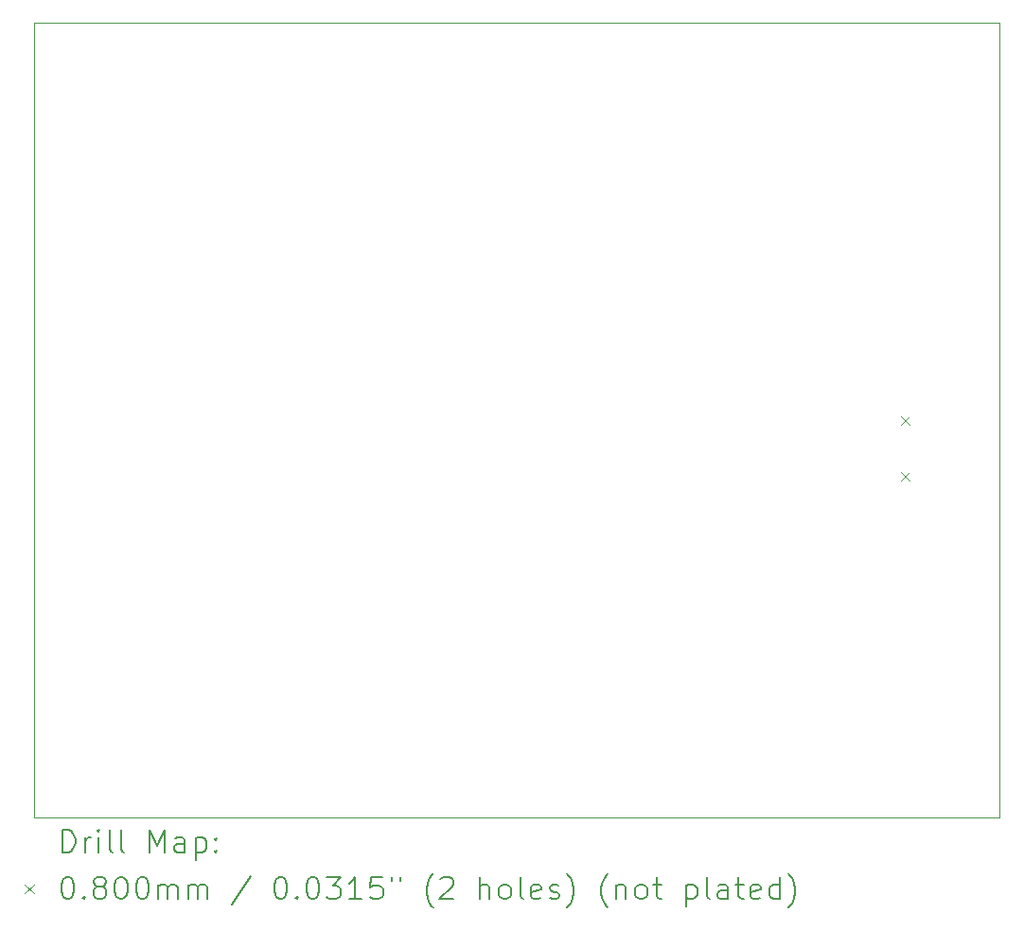
<source format=gbr>
%FSLAX45Y45*%
G04 Gerber Fmt 4.5, Leading zero omitted, Abs format (unit mm)*
G04 Created by KiCad (PCBNEW 6.0.2+dfsg-1) date 2022-10-25 22:15:01*
%MOMM*%
%LPD*%
G01*
G04 APERTURE LIST*
%TA.AperFunction,Profile*%
%ADD10C,0.050000*%
%TD*%
%ADD11C,0.200000*%
%ADD12C,0.080000*%
G04 APERTURE END LIST*
D10*
X10922000Y-11176000D02*
X2540000Y-11176000D01*
X2286000Y-4064000D02*
X10922000Y-4064000D01*
X2540000Y-11176000D02*
X2286000Y-11176000D01*
X10922000Y-4064000D02*
X10922000Y-11176000D01*
X2286000Y-11176000D02*
X2286000Y-4064000D01*
D11*
D12*
X10040000Y-7584000D02*
X10120000Y-7664000D01*
X10120000Y-7584000D02*
X10040000Y-7664000D01*
X10040000Y-8084000D02*
X10120000Y-8164000D01*
X10120000Y-8084000D02*
X10040000Y-8164000D01*
D11*
X2541119Y-11488976D02*
X2541119Y-11288976D01*
X2588738Y-11288976D01*
X2617310Y-11298500D01*
X2636357Y-11317548D01*
X2645881Y-11336595D01*
X2655405Y-11374690D01*
X2655405Y-11403262D01*
X2645881Y-11441357D01*
X2636357Y-11460405D01*
X2617310Y-11479452D01*
X2588738Y-11488976D01*
X2541119Y-11488976D01*
X2741119Y-11488976D02*
X2741119Y-11355643D01*
X2741119Y-11393738D02*
X2750643Y-11374690D01*
X2760167Y-11365167D01*
X2779214Y-11355643D01*
X2798262Y-11355643D01*
X2864928Y-11488976D02*
X2864928Y-11355643D01*
X2864928Y-11288976D02*
X2855405Y-11298500D01*
X2864928Y-11308024D01*
X2874452Y-11298500D01*
X2864928Y-11288976D01*
X2864928Y-11308024D01*
X2988738Y-11488976D02*
X2969690Y-11479452D01*
X2960167Y-11460405D01*
X2960167Y-11288976D01*
X3093500Y-11488976D02*
X3074452Y-11479452D01*
X3064928Y-11460405D01*
X3064928Y-11288976D01*
X3322071Y-11488976D02*
X3322071Y-11288976D01*
X3388738Y-11431833D01*
X3455405Y-11288976D01*
X3455405Y-11488976D01*
X3636357Y-11488976D02*
X3636357Y-11384214D01*
X3626833Y-11365167D01*
X3607786Y-11355643D01*
X3569690Y-11355643D01*
X3550643Y-11365167D01*
X3636357Y-11479452D02*
X3617309Y-11488976D01*
X3569690Y-11488976D01*
X3550643Y-11479452D01*
X3541119Y-11460405D01*
X3541119Y-11441357D01*
X3550643Y-11422309D01*
X3569690Y-11412786D01*
X3617309Y-11412786D01*
X3636357Y-11403262D01*
X3731595Y-11355643D02*
X3731595Y-11555643D01*
X3731595Y-11365167D02*
X3750643Y-11355643D01*
X3788738Y-11355643D01*
X3807786Y-11365167D01*
X3817309Y-11374690D01*
X3826833Y-11393738D01*
X3826833Y-11450881D01*
X3817309Y-11469928D01*
X3807786Y-11479452D01*
X3788738Y-11488976D01*
X3750643Y-11488976D01*
X3731595Y-11479452D01*
X3912548Y-11469928D02*
X3922071Y-11479452D01*
X3912548Y-11488976D01*
X3903024Y-11479452D01*
X3912548Y-11469928D01*
X3912548Y-11488976D01*
X3912548Y-11365167D02*
X3922071Y-11374690D01*
X3912548Y-11384214D01*
X3903024Y-11374690D01*
X3912548Y-11365167D01*
X3912548Y-11384214D01*
D12*
X2203500Y-11778500D02*
X2283500Y-11858500D01*
X2283500Y-11778500D02*
X2203500Y-11858500D01*
D11*
X2579214Y-11708976D02*
X2598262Y-11708976D01*
X2617310Y-11718500D01*
X2626833Y-11728024D01*
X2636357Y-11747071D01*
X2645881Y-11785167D01*
X2645881Y-11832786D01*
X2636357Y-11870881D01*
X2626833Y-11889928D01*
X2617310Y-11899452D01*
X2598262Y-11908976D01*
X2579214Y-11908976D01*
X2560167Y-11899452D01*
X2550643Y-11889928D01*
X2541119Y-11870881D01*
X2531595Y-11832786D01*
X2531595Y-11785167D01*
X2541119Y-11747071D01*
X2550643Y-11728024D01*
X2560167Y-11718500D01*
X2579214Y-11708976D01*
X2731595Y-11889928D02*
X2741119Y-11899452D01*
X2731595Y-11908976D01*
X2722071Y-11899452D01*
X2731595Y-11889928D01*
X2731595Y-11908976D01*
X2855405Y-11794690D02*
X2836357Y-11785167D01*
X2826833Y-11775643D01*
X2817309Y-11756595D01*
X2817309Y-11747071D01*
X2826833Y-11728024D01*
X2836357Y-11718500D01*
X2855405Y-11708976D01*
X2893500Y-11708976D01*
X2912548Y-11718500D01*
X2922071Y-11728024D01*
X2931595Y-11747071D01*
X2931595Y-11756595D01*
X2922071Y-11775643D01*
X2912548Y-11785167D01*
X2893500Y-11794690D01*
X2855405Y-11794690D01*
X2836357Y-11804214D01*
X2826833Y-11813738D01*
X2817309Y-11832786D01*
X2817309Y-11870881D01*
X2826833Y-11889928D01*
X2836357Y-11899452D01*
X2855405Y-11908976D01*
X2893500Y-11908976D01*
X2912548Y-11899452D01*
X2922071Y-11889928D01*
X2931595Y-11870881D01*
X2931595Y-11832786D01*
X2922071Y-11813738D01*
X2912548Y-11804214D01*
X2893500Y-11794690D01*
X3055405Y-11708976D02*
X3074452Y-11708976D01*
X3093500Y-11718500D01*
X3103024Y-11728024D01*
X3112548Y-11747071D01*
X3122071Y-11785167D01*
X3122071Y-11832786D01*
X3112548Y-11870881D01*
X3103024Y-11889928D01*
X3093500Y-11899452D01*
X3074452Y-11908976D01*
X3055405Y-11908976D01*
X3036357Y-11899452D01*
X3026833Y-11889928D01*
X3017309Y-11870881D01*
X3007786Y-11832786D01*
X3007786Y-11785167D01*
X3017309Y-11747071D01*
X3026833Y-11728024D01*
X3036357Y-11718500D01*
X3055405Y-11708976D01*
X3245881Y-11708976D02*
X3264928Y-11708976D01*
X3283976Y-11718500D01*
X3293500Y-11728024D01*
X3303024Y-11747071D01*
X3312548Y-11785167D01*
X3312548Y-11832786D01*
X3303024Y-11870881D01*
X3293500Y-11889928D01*
X3283976Y-11899452D01*
X3264928Y-11908976D01*
X3245881Y-11908976D01*
X3226833Y-11899452D01*
X3217309Y-11889928D01*
X3207786Y-11870881D01*
X3198262Y-11832786D01*
X3198262Y-11785167D01*
X3207786Y-11747071D01*
X3217309Y-11728024D01*
X3226833Y-11718500D01*
X3245881Y-11708976D01*
X3398262Y-11908976D02*
X3398262Y-11775643D01*
X3398262Y-11794690D02*
X3407786Y-11785167D01*
X3426833Y-11775643D01*
X3455405Y-11775643D01*
X3474452Y-11785167D01*
X3483976Y-11804214D01*
X3483976Y-11908976D01*
X3483976Y-11804214D02*
X3493500Y-11785167D01*
X3512548Y-11775643D01*
X3541119Y-11775643D01*
X3560167Y-11785167D01*
X3569690Y-11804214D01*
X3569690Y-11908976D01*
X3664928Y-11908976D02*
X3664928Y-11775643D01*
X3664928Y-11794690D02*
X3674452Y-11785167D01*
X3693500Y-11775643D01*
X3722071Y-11775643D01*
X3741119Y-11785167D01*
X3750643Y-11804214D01*
X3750643Y-11908976D01*
X3750643Y-11804214D02*
X3760167Y-11785167D01*
X3779214Y-11775643D01*
X3807786Y-11775643D01*
X3826833Y-11785167D01*
X3836357Y-11804214D01*
X3836357Y-11908976D01*
X4226833Y-11699452D02*
X4055405Y-11956595D01*
X4483976Y-11708976D02*
X4503024Y-11708976D01*
X4522071Y-11718500D01*
X4531595Y-11728024D01*
X4541119Y-11747071D01*
X4550643Y-11785167D01*
X4550643Y-11832786D01*
X4541119Y-11870881D01*
X4531595Y-11889928D01*
X4522071Y-11899452D01*
X4503024Y-11908976D01*
X4483976Y-11908976D01*
X4464929Y-11899452D01*
X4455405Y-11889928D01*
X4445881Y-11870881D01*
X4436357Y-11832786D01*
X4436357Y-11785167D01*
X4445881Y-11747071D01*
X4455405Y-11728024D01*
X4464929Y-11718500D01*
X4483976Y-11708976D01*
X4636357Y-11889928D02*
X4645881Y-11899452D01*
X4636357Y-11908976D01*
X4626833Y-11899452D01*
X4636357Y-11889928D01*
X4636357Y-11908976D01*
X4769690Y-11708976D02*
X4788738Y-11708976D01*
X4807786Y-11718500D01*
X4817310Y-11728024D01*
X4826833Y-11747071D01*
X4836357Y-11785167D01*
X4836357Y-11832786D01*
X4826833Y-11870881D01*
X4817310Y-11889928D01*
X4807786Y-11899452D01*
X4788738Y-11908976D01*
X4769690Y-11908976D01*
X4750643Y-11899452D01*
X4741119Y-11889928D01*
X4731595Y-11870881D01*
X4722071Y-11832786D01*
X4722071Y-11785167D01*
X4731595Y-11747071D01*
X4741119Y-11728024D01*
X4750643Y-11718500D01*
X4769690Y-11708976D01*
X4903024Y-11708976D02*
X5026833Y-11708976D01*
X4960167Y-11785167D01*
X4988738Y-11785167D01*
X5007786Y-11794690D01*
X5017310Y-11804214D01*
X5026833Y-11823262D01*
X5026833Y-11870881D01*
X5017310Y-11889928D01*
X5007786Y-11899452D01*
X4988738Y-11908976D01*
X4931595Y-11908976D01*
X4912548Y-11899452D01*
X4903024Y-11889928D01*
X5217310Y-11908976D02*
X5103024Y-11908976D01*
X5160167Y-11908976D02*
X5160167Y-11708976D01*
X5141119Y-11737548D01*
X5122071Y-11756595D01*
X5103024Y-11766119D01*
X5398262Y-11708976D02*
X5303024Y-11708976D01*
X5293500Y-11804214D01*
X5303024Y-11794690D01*
X5322071Y-11785167D01*
X5369690Y-11785167D01*
X5388738Y-11794690D01*
X5398262Y-11804214D01*
X5407786Y-11823262D01*
X5407786Y-11870881D01*
X5398262Y-11889928D01*
X5388738Y-11899452D01*
X5369690Y-11908976D01*
X5322071Y-11908976D01*
X5303024Y-11899452D01*
X5293500Y-11889928D01*
X5483976Y-11708976D02*
X5483976Y-11747071D01*
X5560167Y-11708976D02*
X5560167Y-11747071D01*
X5855405Y-11985167D02*
X5845881Y-11975643D01*
X5826833Y-11947071D01*
X5817309Y-11928024D01*
X5807786Y-11899452D01*
X5798262Y-11851833D01*
X5798262Y-11813738D01*
X5807786Y-11766119D01*
X5817309Y-11737548D01*
X5826833Y-11718500D01*
X5845881Y-11689928D01*
X5855405Y-11680405D01*
X5922071Y-11728024D02*
X5931595Y-11718500D01*
X5950643Y-11708976D01*
X5998262Y-11708976D01*
X6017309Y-11718500D01*
X6026833Y-11728024D01*
X6036357Y-11747071D01*
X6036357Y-11766119D01*
X6026833Y-11794690D01*
X5912548Y-11908976D01*
X6036357Y-11908976D01*
X6274452Y-11908976D02*
X6274452Y-11708976D01*
X6360167Y-11908976D02*
X6360167Y-11804214D01*
X6350643Y-11785167D01*
X6331595Y-11775643D01*
X6303024Y-11775643D01*
X6283976Y-11785167D01*
X6274452Y-11794690D01*
X6483976Y-11908976D02*
X6464928Y-11899452D01*
X6455405Y-11889928D01*
X6445881Y-11870881D01*
X6445881Y-11813738D01*
X6455405Y-11794690D01*
X6464928Y-11785167D01*
X6483976Y-11775643D01*
X6512548Y-11775643D01*
X6531595Y-11785167D01*
X6541119Y-11794690D01*
X6550643Y-11813738D01*
X6550643Y-11870881D01*
X6541119Y-11889928D01*
X6531595Y-11899452D01*
X6512548Y-11908976D01*
X6483976Y-11908976D01*
X6664928Y-11908976D02*
X6645881Y-11899452D01*
X6636357Y-11880405D01*
X6636357Y-11708976D01*
X6817309Y-11899452D02*
X6798262Y-11908976D01*
X6760167Y-11908976D01*
X6741119Y-11899452D01*
X6731595Y-11880405D01*
X6731595Y-11804214D01*
X6741119Y-11785167D01*
X6760167Y-11775643D01*
X6798262Y-11775643D01*
X6817309Y-11785167D01*
X6826833Y-11804214D01*
X6826833Y-11823262D01*
X6731595Y-11842309D01*
X6903024Y-11899452D02*
X6922071Y-11908976D01*
X6960167Y-11908976D01*
X6979214Y-11899452D01*
X6988738Y-11880405D01*
X6988738Y-11870881D01*
X6979214Y-11851833D01*
X6960167Y-11842309D01*
X6931595Y-11842309D01*
X6912548Y-11832786D01*
X6903024Y-11813738D01*
X6903024Y-11804214D01*
X6912548Y-11785167D01*
X6931595Y-11775643D01*
X6960167Y-11775643D01*
X6979214Y-11785167D01*
X7055405Y-11985167D02*
X7064928Y-11975643D01*
X7083976Y-11947071D01*
X7093500Y-11928024D01*
X7103024Y-11899452D01*
X7112548Y-11851833D01*
X7112548Y-11813738D01*
X7103024Y-11766119D01*
X7093500Y-11737548D01*
X7083976Y-11718500D01*
X7064928Y-11689928D01*
X7055405Y-11680405D01*
X7417309Y-11985167D02*
X7407786Y-11975643D01*
X7388738Y-11947071D01*
X7379214Y-11928024D01*
X7369690Y-11899452D01*
X7360167Y-11851833D01*
X7360167Y-11813738D01*
X7369690Y-11766119D01*
X7379214Y-11737548D01*
X7388738Y-11718500D01*
X7407786Y-11689928D01*
X7417309Y-11680405D01*
X7493500Y-11775643D02*
X7493500Y-11908976D01*
X7493500Y-11794690D02*
X7503024Y-11785167D01*
X7522071Y-11775643D01*
X7550643Y-11775643D01*
X7569690Y-11785167D01*
X7579214Y-11804214D01*
X7579214Y-11908976D01*
X7703024Y-11908976D02*
X7683976Y-11899452D01*
X7674452Y-11889928D01*
X7664928Y-11870881D01*
X7664928Y-11813738D01*
X7674452Y-11794690D01*
X7683976Y-11785167D01*
X7703024Y-11775643D01*
X7731595Y-11775643D01*
X7750643Y-11785167D01*
X7760167Y-11794690D01*
X7769690Y-11813738D01*
X7769690Y-11870881D01*
X7760167Y-11889928D01*
X7750643Y-11899452D01*
X7731595Y-11908976D01*
X7703024Y-11908976D01*
X7826833Y-11775643D02*
X7903024Y-11775643D01*
X7855405Y-11708976D02*
X7855405Y-11880405D01*
X7864928Y-11899452D01*
X7883976Y-11908976D01*
X7903024Y-11908976D01*
X8122071Y-11775643D02*
X8122071Y-11975643D01*
X8122071Y-11785167D02*
X8141119Y-11775643D01*
X8179214Y-11775643D01*
X8198262Y-11785167D01*
X8207786Y-11794690D01*
X8217309Y-11813738D01*
X8217309Y-11870881D01*
X8207786Y-11889928D01*
X8198262Y-11899452D01*
X8179214Y-11908976D01*
X8141119Y-11908976D01*
X8122071Y-11899452D01*
X8331595Y-11908976D02*
X8312548Y-11899452D01*
X8303024Y-11880405D01*
X8303024Y-11708976D01*
X8493500Y-11908976D02*
X8493500Y-11804214D01*
X8483976Y-11785167D01*
X8464929Y-11775643D01*
X8426833Y-11775643D01*
X8407786Y-11785167D01*
X8493500Y-11899452D02*
X8474452Y-11908976D01*
X8426833Y-11908976D01*
X8407786Y-11899452D01*
X8398262Y-11880405D01*
X8398262Y-11861357D01*
X8407786Y-11842309D01*
X8426833Y-11832786D01*
X8474452Y-11832786D01*
X8493500Y-11823262D01*
X8560167Y-11775643D02*
X8636357Y-11775643D01*
X8588738Y-11708976D02*
X8588738Y-11880405D01*
X8598262Y-11899452D01*
X8617310Y-11908976D01*
X8636357Y-11908976D01*
X8779214Y-11899452D02*
X8760167Y-11908976D01*
X8722071Y-11908976D01*
X8703024Y-11899452D01*
X8693500Y-11880405D01*
X8693500Y-11804214D01*
X8703024Y-11785167D01*
X8722071Y-11775643D01*
X8760167Y-11775643D01*
X8779214Y-11785167D01*
X8788738Y-11804214D01*
X8788738Y-11823262D01*
X8693500Y-11842309D01*
X8960167Y-11908976D02*
X8960167Y-11708976D01*
X8960167Y-11899452D02*
X8941119Y-11908976D01*
X8903024Y-11908976D01*
X8883976Y-11899452D01*
X8874452Y-11889928D01*
X8864929Y-11870881D01*
X8864929Y-11813738D01*
X8874452Y-11794690D01*
X8883976Y-11785167D01*
X8903024Y-11775643D01*
X8941119Y-11775643D01*
X8960167Y-11785167D01*
X9036357Y-11985167D02*
X9045881Y-11975643D01*
X9064929Y-11947071D01*
X9074452Y-11928024D01*
X9083976Y-11899452D01*
X9093500Y-11851833D01*
X9093500Y-11813738D01*
X9083976Y-11766119D01*
X9074452Y-11737548D01*
X9064929Y-11718500D01*
X9045881Y-11689928D01*
X9036357Y-11680405D01*
M02*

</source>
